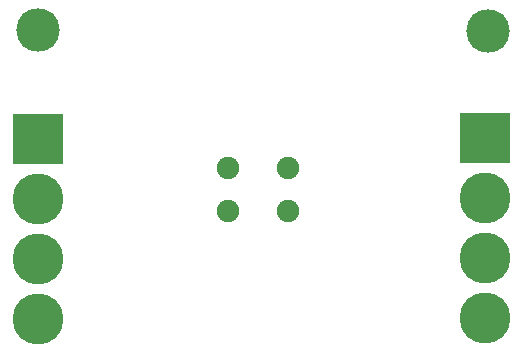
<source format=gbs>
G04 (created by PCBNEW (2012-nov-02)-testing) date Wed 06 Feb 2013 11:23:47 PM EST*
%MOIN*%
G04 Gerber Fmt 3.4, Leading zero omitted, Abs format*
%FSLAX34Y34*%
G01*
G70*
G90*
G04 APERTURE LIST*
%ADD10C,2.3622e-06*%
%ADD11C,0.075*%
%ADD12C,0.145*%
%ADD13C,0.17*%
%ADD14R,0.17X0.17*%
G04 APERTURE END LIST*
G54D10*
G54D11*
X83200Y-69500D03*
X81200Y-69500D03*
X83200Y-68050D03*
X81200Y-68050D03*
G54D12*
X89850Y-63500D03*
X74850Y-63450D03*
G54D13*
X74850Y-69100D03*
X74850Y-71100D03*
G54D14*
X74850Y-67100D03*
G54D13*
X74850Y-73100D03*
X89750Y-69050D03*
X89750Y-71050D03*
G54D14*
X89750Y-67050D03*
G54D13*
X89750Y-73050D03*
M02*

</source>
